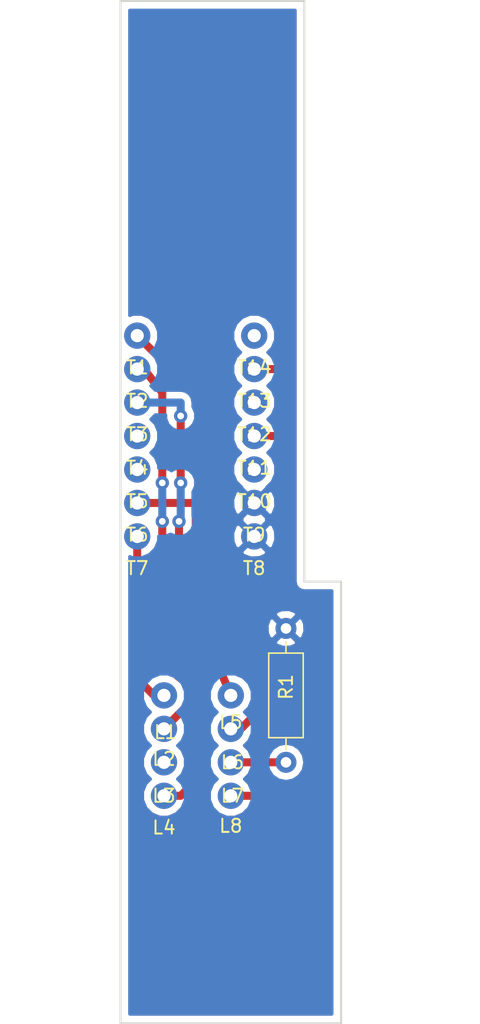
<source format=kicad_pcb>
(kicad_pcb (version 4) (host pcbnew 4.0.6)

  (general
    (links 10)
    (no_connects 0)
    (area 133.528999 54.026999 149.427001 131.774001)
    (thickness 1.6)
    (drawings 10)
    (tracks 48)
    (zones 0)
    (modules 23)
    (nets 15)
  )

  (page A4)
  (layers
    (0 F.Cu signal)
    (31 B.Cu signal hide)
    (32 B.Adhes user)
    (33 F.Adhes user)
    (34 B.Paste user)
    (35 F.Paste user)
    (36 B.SilkS user)
    (37 F.SilkS user)
    (38 B.Mask user)
    (39 F.Mask user)
    (40 Dwgs.User user)
    (41 Cmts.User user)
    (42 Eco1.User user)
    (43 Eco2.User user)
    (44 Edge.Cuts user)
    (45 Margin user)
    (46 B.CrtYd user)
    (47 F.CrtYd user)
    (48 B.Fab user)
    (49 F.Fab user)
  )

  (setup
    (last_trace_width 0.25)
    (trace_clearance 0.2)
    (zone_clearance 0.508)
    (zone_45_only no)
    (trace_min 0.2)
    (segment_width 0.2)
    (edge_width 0.15)
    (via_size 0.6)
    (via_drill 0.4)
    (via_min_size 0.4)
    (via_min_drill 0.3)
    (uvia_size 0.3)
    (uvia_drill 0.1)
    (uvias_allowed no)
    (uvia_min_size 0.2)
    (uvia_min_drill 0.1)
    (pcb_text_width 0.3)
    (pcb_text_size 1.5 1.5)
    (mod_edge_width 0.15)
    (mod_text_size 1 1)
    (mod_text_width 0.15)
    (pad_size 1.524 1.524)
    (pad_drill 0.762)
    (pad_to_mask_clearance 0.2)
    (aux_axis_origin 0 0)
    (visible_elements 7FFFFFFF)
    (pcbplotparams
      (layerselection 0x00030_80000001)
      (usegerberextensions false)
      (excludeedgelayer true)
      (linewidth 0.100000)
      (plotframeref false)
      (viasonmask false)
      (mode 1)
      (useauxorigin false)
      (hpglpennumber 1)
      (hpglpenspeed 20)
      (hpglpendiameter 15)
      (hpglpenoverlay 2)
      (psnegative false)
      (psa4output false)
      (plotreference true)
      (plotvalue true)
      (plotinvisibletext false)
      (padsonsilk false)
      (subtractmaskfromsilk false)
      (outputformat 1)
      (mirror false)
      (drillshape 1)
      (scaleselection 1)
      (outputdirectory ""))
  )

  (net 0 "")
  (net 1 "Net-(L1-Pad1)")
  (net 2 "Net-(L2-Pad1)")
  (net 3 "Net-(L3-Pad1)")
  (net 4 "Net-(L4-Pad1)")
  (net 5 "Net-(L5-Pad1)")
  (net 6 "Net-(L6-Pad1)")
  (net 7 "Net-(L7-Pad1)")
  (net 8 "Net-(L8-Pad1)")
  (net 9 "Net-(T10-Pad1)")
  (net 10 "Net-(T12-Pad1)")
  (net 11 "Net-(T14-Pad1)")
  (net 12 "Net-(T4-Pad1)")
  (net 13 "Net-(T5-Pad1)")
  (net 14 GND)

  (net_class Default "Esta es la clase de red por defecto."
    (clearance 0.2)
    (trace_width 0.25)
    (via_dia 0.6)
    (via_drill 0.4)
    (uvia_dia 0.3)
    (uvia_drill 0.1)
    (add_net GND)
  )

  (net_class "Dep. Electrónica" ""
    (clearance 0.25)
    (trace_width 0.6096)
    (via_dia 1.016)
    (via_drill 0.508)
    (uvia_dia 0.3)
    (uvia_drill 0.1)
    (add_net "Net-(L1-Pad1)")
    (add_net "Net-(L2-Pad1)")
    (add_net "Net-(L3-Pad1)")
    (add_net "Net-(L4-Pad1)")
    (add_net "Net-(L5-Pad1)")
    (add_net "Net-(L6-Pad1)")
    (add_net "Net-(L7-Pad1)")
    (add_net "Net-(L8-Pad1)")
    (add_net "Net-(T10-Pad1)")
    (add_net "Net-(T12-Pad1)")
    (add_net "Net-(T14-Pad1)")
    (add_net "Net-(T4-Pad1)")
    (add_net "Net-(T5-Pad1)")
  )

  (module Resistors_THT:R_Axial_DIN0207_L6.3mm_D2.5mm_P10.16mm_Horizontal (layer F.Cu) (tedit 59B5BCC1) (tstamp 59B2B0BC)
    (at 146.177 101.727 270)
    (descr "Resistor, Axial_DIN0207 series, Axial, Horizontal, pin pitch=10.16mm, 0.25W = 1/4W, length*diameter=6.3*2.5mm^2, http://cdn-reichelt.de/documents/datenblatt/B400/1_4W%23YAG.pdf")
    (tags "Resistor Axial_DIN0207 series Axial Horizontal pin pitch 10.16mm 0.25W = 1/4W length 6.3mm diameter 2.5mm")
    (path /59B2CD20)
    (fp_text reference R1 (at 4.445 0 270) (layer F.SilkS)
      (effects (font (size 1 1) (thickness 0.15)))
    )
    (fp_text value R (at 7.239 -0.127 270) (layer F.Fab)
      (effects (font (size 1 1) (thickness 0.15)))
    )
    (fp_line (start 1.93 -1.25) (end 1.93 1.25) (layer F.Fab) (width 0.1))
    (fp_line (start 1.93 1.25) (end 8.23 1.25) (layer F.Fab) (width 0.1))
    (fp_line (start 8.23 1.25) (end 8.23 -1.25) (layer F.Fab) (width 0.1))
    (fp_line (start 8.23 -1.25) (end 1.93 -1.25) (layer F.Fab) (width 0.1))
    (fp_line (start 0 0) (end 1.93 0) (layer F.Fab) (width 0.1))
    (fp_line (start 10.16 0) (end 8.23 0) (layer F.Fab) (width 0.1))
    (fp_line (start 1.87 -1.31) (end 1.87 1.31) (layer F.SilkS) (width 0.12))
    (fp_line (start 1.87 1.31) (end 8.29 1.31) (layer F.SilkS) (width 0.12))
    (fp_line (start 8.29 1.31) (end 8.29 -1.31) (layer F.SilkS) (width 0.12))
    (fp_line (start 8.29 -1.31) (end 1.87 -1.31) (layer F.SilkS) (width 0.12))
    (fp_line (start 0.98 0) (end 1.87 0) (layer F.SilkS) (width 0.12))
    (fp_line (start 9.18 0) (end 8.29 0) (layer F.SilkS) (width 0.12))
    (fp_line (start -1.05 -1.6) (end -1.05 1.6) (layer F.CrtYd) (width 0.05))
    (fp_line (start -1.05 1.6) (end 11.25 1.6) (layer F.CrtYd) (width 0.05))
    (fp_line (start 11.25 1.6) (end 11.25 -1.6) (layer F.CrtYd) (width 0.05))
    (fp_line (start 11.25 -1.6) (end -1.05 -1.6) (layer F.CrtYd) (width 0.05))
    (pad 1 thru_hole circle (at 0 0 270) (size 1.6 1.6) (drill 0.8) (layers *.Cu *.Mask)
      (net 14 GND))
    (pad 2 thru_hole oval (at 10.16 0 270) (size 1.6 1.6) (drill 0.8) (layers *.Cu *.Mask)
      (net 7 "Net-(L7-Pad1)"))
    (model ${KISYS3DMOD}/Resistors_THT.3dshapes/R_Axial_DIN0207_L6.3mm_D2.5mm_P10.16mm_Horizontal.wrl
      (at (xyz 0 0 0))
      (scale (xyz 0.393701 0.393701 0.393701))
      (rotate (xyz 0 0 0))
    )
  )

  (module Taladros:TaladroVCSEL (layer F.Cu) (tedit 59B5BCA6) (tstamp 59B57C76)
    (at 141.986 106.807)
    (path /59B02E83)
    (fp_text reference L5 (at 0 2.032) (layer F.SilkS)
      (effects (font (size 1 1) (thickness 0.15)))
    )
    (fp_text value "TEC Anode" (at 13.081 0) (layer F.Fab)
      (effects (font (size 1 1) (thickness 0.15)))
    )
    (pad 1 thru_hole circle (at 0 0) (size 2 2) (drill 1) (layers *.Cu *.Mask)
      (net 5 "Net-(L5-Pad1)"))
  )

  (module Taladros:TaladroVCSEL (layer F.Cu) (tedit 59B5BC76) (tstamp 59B57CD8)
    (at 136.906 106.807 180)
    (path /59B03B6C)
    (fp_text reference L1 (at -0.127 -2.794 180) (layer F.SilkS)
      (effects (font (size 1 1) (thickness 0.15)))
    )
    (fp_text value "TEC Cath" (at 6.731 0 180) (layer F.Fab)
      (effects (font (size 1 1) (thickness 0.15)))
    )
    (pad 1 thru_hole circle (at 0 0 180) (size 2 2) (drill 1) (layers *.Cu *.Mask)
      (net 1 "Net-(L1-Pad1)"))
  )

  (module Taladros:TaladroVCSEL (layer F.Cu) (tedit 59B5BC7B) (tstamp 59B57CDC)
    (at 136.906 109.347 180)
    (path /59B03B15)
    (fp_text reference L2 (at 0 -2.286 180) (layer F.SilkS)
      (effects (font (size 1 1) (thickness 0.15)))
    )
    (fp_text value Therm (at 6.731 0 180) (layer F.Fab)
      (effects (font (size 1 1) (thickness 0.15)))
    )
    (pad 1 thru_hole circle (at 0 0 180) (size 2 2) (drill 1) (layers *.Cu *.Mask)
      (net 2 "Net-(L2-Pad1)"))
  )

  (module Taladros:TaladroVCSEL (layer F.Cu) (tedit 59B5BC91) (tstamp 59B57CE0)
    (at 136.906 111.887 180)
    (path /59B03A38)
    (fp_text reference L3 (at 0 -2.54 180) (layer F.SilkS)
      (effects (font (size 1 1) (thickness 0.15)))
    )
    (fp_text value NA (at 6.858 0 180) (layer F.Fab)
      (effects (font (size 1 1) (thickness 0.15)))
    )
    (pad 1 thru_hole circle (at 0 0 180) (size 2 2) (drill 1) (layers *.Cu *.Mask)
      (net 3 "Net-(L3-Pad1)"))
  )

  (module Taladros:TaladroVCSEL (layer F.Cu) (tedit 59B5BC7E) (tstamp 59B57CE4)
    (at 136.906 114.427 180)
    (path /59B037EE)
    (fp_text reference L4 (at 0 -2.413 180) (layer F.SilkS)
      (effects (font (size 1 1) (thickness 0.15)))
    )
    (fp_text value "VCSEL Cath" (at 8.001 0 180) (layer F.Fab)
      (effects (font (size 1 1) (thickness 0.15)))
    )
    (pad 1 thru_hole circle (at 0 0 180) (size 2 2) (drill 1) (layers *.Cu *.Mask)
      (net 4 "Net-(L4-Pad1)"))
  )

  (module Taladros:TaladroVCSEL (layer F.Cu) (tedit 59B5BC9E) (tstamp 59B57CE8)
    (at 141.986 109.347 180)
    (path /59B024F9)
    (fp_text reference L6 (at -0.127 -2.54 180) (layer F.SilkS)
      (effects (font (size 1 1) (thickness 0.15)))
    )
    (fp_text value Therm2 (at -11.811 -0.127 180) (layer F.Fab)
      (effects (font (size 1 1) (thickness 0.15)))
    )
    (pad 1 thru_hole circle (at 0 0 180) (size 2 2) (drill 1) (layers *.Cu *.Mask)
      (net 6 "Net-(L6-Pad1)"))
  )

  (module Taladros:TaladroVCSEL (layer F.Cu) (tedit 59B5BC97) (tstamp 59B57CEC)
    (at 141.986 111.887 180)
    (path /59B02477)
    (fp_text reference L7 (at -0.127 -2.54 180) (layer F.SilkS)
      (effects (font (size 1 1) (thickness 0.15)))
    )
    (fp_text value "PD Cath" (at -12.192 -0.127 180) (layer F.Fab)
      (effects (font (size 1 1) (thickness 0.15)))
    )
    (pad 1 thru_hole circle (at 0 0 180) (size 2 2) (drill 1) (layers *.Cu *.Mask)
      (net 7 "Net-(L7-Pad1)"))
  )

  (module Taladros:TaladroVCSEL (layer F.Cu) (tedit 59B5BC86) (tstamp 59B57CF0)
    (at 141.986 114.427 180)
    (path /59AFFC4F)
    (fp_text reference L8 (at 0 -2.286 180) (layer F.SilkS)
      (effects (font (size 1 1) (thickness 0.15)))
    )
    (fp_text value "VCSEL Anode" (at -13.97 0 180) (layer F.Fab)
      (effects (font (size 1 1) (thickness 0.15)))
    )
    (pad 1 thru_hole circle (at 0 0 180) (size 2 2) (drill 1) (layers *.Cu *.Mask)
      (net 8 "Net-(L8-Pad1)"))
  )

  (module Taladros:TaladroThorlabs (layer F.Cu) (tedit 59B5BC24) (tstamp 59B5A2A9)
    (at 134.874 79.502)
    (path /59AFF99A)
    (fp_text reference T1 (at 0 2.413) (layer F.SilkS)
      (effects (font (size 1 1) (thickness 0.15)))
    )
    (fp_text value Therm1 (at -4.572 0) (layer F.Fab)
      (effects (font (size 1 1) (thickness 0.15)))
    )
    (pad 1 thru_hole circle (at 0 0) (size 2 2) (drill 1) (layers *.Cu *.Mask)
      (net 6 "Net-(L6-Pad1)"))
  )

  (module Taladros:TaladroThorlabs (layer F.Cu) (tedit 59B5BC1D) (tstamp 59B5A325)
    (at 134.874 82.042)
    (path /59AFFA09)
    (fp_text reference T2 (at 0 2.413) (layer F.SilkS)
      (effects (font (size 1 1) (thickness 0.15)))
    )
    (fp_text value Therm2 (at -4.572 0) (layer F.Fab)
      (effects (font (size 1 1) (thickness 0.15)))
    )
    (pad 1 thru_hole circle (at 0 0) (size 2 2) (drill 1) (layers *.Cu *.Mask)
      (net 2 "Net-(L2-Pad1)"))
  )

  (module Taladros:TaladroThorlabs (layer F.Cu) (tedit 59B5BC1B) (tstamp 59B5A32A)
    (at 134.874 84.582)
    (path /59AFFA3A)
    (fp_text reference T3 (at 0 2.413) (layer F.SilkS)
      (effects (font (size 1 1) (thickness 0.15)))
    )
    (fp_text value LDCath (at -4.572 0) (layer F.Fab)
      (effects (font (size 1 1) (thickness 0.15)))
    )
    (pad 1 thru_hole circle (at 0 0) (size 2 2) (drill 1) (layers *.Cu *.Mask)
      (net 4 "Net-(L4-Pad1)"))
  )

  (module Taladros:TaladroThorlabs (layer F.Cu) (tedit 59B5BC09) (tstamp 59B5A32F)
    (at 134.874 87.122)
    (path /59AFFB5A)
    (fp_text reference T4 (at 0 2.413) (layer F.SilkS)
      (effects (font (size 1 1) (thickness 0.15)))
    )
    (fp_text value PDAnode (at -4.572 0) (layer F.Fab)
      (effects (font (size 1 1) (thickness 0.15)))
    )
    (pad 1 thru_hole circle (at 0 0) (size 2 2) (drill 1) (layers *.Cu *.Mask)
      (net 12 "Net-(T4-Pad1)"))
  )

  (module Taladros:TaladroThorlabs (layer F.Cu) (tedit 59B5BC0E) (tstamp 59B5A334)
    (at 134.874 89.662)
    (path /59AFFBB1)
    (fp_text reference T5 (at 0 2.413) (layer F.SilkS)
      (effects (font (size 1 1) (thickness 0.15)))
    )
    (fp_text value PDCath (at -4.572 0) (layer F.Fab)
      (effects (font (size 1 1) (thickness 0.15)))
    )
    (pad 1 thru_hole circle (at 0 0) (size 2 2) (drill 1) (layers *.Cu *.Mask)
      (net 13 "Net-(T5-Pad1)"))
  )

  (module Taladros:TaladroThorlabs (layer F.Cu) (tedit 59B5BC11) (tstamp 59B5A339)
    (at 134.874 92.202)
    (path /59AFFC07)
    (fp_text reference T6 (at 0 2.413) (layer F.SilkS)
      (effects (font (size 1 1) (thickness 0.15)))
    )
    (fp_text value TEC+ (at -4.191 0) (layer F.Fab)
      (effects (font (size 1 1) (thickness 0.15)))
    )
    (pad 1 thru_hole circle (at 0 0) (size 2 2) (drill 1) (layers *.Cu *.Mask)
      (net 5 "Net-(L5-Pad1)"))
  )

  (module Taladros:TaladroThorlabs (layer F.Cu) (tedit 59B5BC16) (tstamp 59B5A33E)
    (at 134.874 94.742)
    (path /59B003EE)
    (fp_text reference T7 (at 0 2.413) (layer F.SilkS)
      (effects (font (size 1 1) (thickness 0.15)))
    )
    (fp_text value TEC- (at -4.191 0) (layer F.Fab)
      (effects (font (size 1 1) (thickness 0.15)))
    )
    (pad 1 thru_hole circle (at 0 0) (size 2 2) (drill 1) (layers *.Cu *.Mask)
      (net 1 "Net-(L1-Pad1)"))
  )

  (module Taladros:TaladroThorlabs (layer F.Cu) (tedit 59B5BC65) (tstamp 59B5A343)
    (at 143.764 94.742)
    (path /59B01216)
    (fp_text reference T8 (at 0 2.413) (layer F.SilkS)
      (effects (font (size 1 1) (thickness 0.15)))
    )
    (fp_text value GND (at 5.842 0) (layer F.Fab)
      (effects (font (size 1 1) (thickness 0.15)))
    )
    (pad 1 thru_hole circle (at 0 0) (size 2 2) (drill 1) (layers *.Cu *.Mask)
      (net 14 GND))
  )

  (module Taladros:TaladroThorlabs (layer F.Cu) (tedit 59B5BC60) (tstamp 59B5A348)
    (at 143.764 92.202)
    (path /59B011D4)
    (fp_text reference T9 (at 0 2.413) (layer F.SilkS)
      (effects (font (size 1 1) (thickness 0.15)))
    )
    (fp_text value GND (at 5.842 0) (layer F.Fab)
      (effects (font (size 1 1) (thickness 0.15)))
    )
    (pad 1 thru_hole circle (at 0 0) (size 2 2) (drill 1) (layers *.Cu *.Mask)
      (net 14 GND))
  )

  (module Taladros:TaladroThorlabs (layer F.Cu) (tedit 59B5BC5A) (tstamp 59B5A34D)
    (at 143.764 89.662)
    (path /59B01191)
    (fp_text reference T10 (at 0 2.413) (layer F.SilkS)
      (effects (font (size 1 1) (thickness 0.15)))
    )
    (fp_text value NC (at 5.334 0) (layer F.Fab)
      (effects (font (size 1 1) (thickness 0.15)))
    )
    (pad 1 thru_hole circle (at 0 0) (size 2 2) (drill 1) (layers *.Cu *.Mask)
      (net 9 "Net-(T10-Pad1)"))
  )

  (module Taladros:TaladroThorlabs (layer F.Cu) (tedit 59B5BC53) (tstamp 59B5A352)
    (at 143.764 87.122)
    (path /59B01155)
    (fp_text reference T11 (at 0 2.413) (layer F.SilkS)
      (effects (font (size 1 1) (thickness 0.15)))
    )
    (fp_text value LDAnode (at 7.366 0.127) (layer F.Fab)
      (effects (font (size 1 1) (thickness 0.15)))
    )
    (pad 1 thru_hole circle (at 0 0) (size 2 2) (drill 1) (layers *.Cu *.Mask)
      (net 8 "Net-(L8-Pad1)"))
  )

  (module Taladros:TaladroThorlabs (layer F.Cu) (tedit 59B5BC4D) (tstamp 59B5A357)
    (at 143.764 84.582)
    (path /59B0111C)
    (fp_text reference T12 (at 0 2.413) (layer F.SilkS)
      (effects (font (size 1 1) (thickness 0.15)))
    )
    (fp_text value NC (at 5.207 0) (layer F.Fab)
      (effects (font (size 1 1) (thickness 0.15)))
    )
    (pad 1 thru_hole circle (at 0 0) (size 2 2) (drill 1) (layers *.Cu *.Mask)
      (net 10 "Net-(T12-Pad1)"))
  )

  (module Taladros:TaladroThorlabs (layer F.Cu) (tedit 59B5BC44) (tstamp 59B5A35C)
    (at 143.764 82.042)
    (path /59B010E6)
    (fp_text reference T13 (at 0 2.413) (layer F.SilkS)
      (effects (font (size 1 1) (thickness 0.15)))
    )
    (fp_text value LDAnode (at 7.366 0) (layer F.Fab)
      (effects (font (size 1 1) (thickness 0.15)))
    )
    (pad 1 thru_hole circle (at 0 0) (size 2 2) (drill 1) (layers *.Cu *.Mask)
      (net 8 "Net-(L8-Pad1)"))
  )

  (module Taladros:TaladroThorlabs (layer F.Cu) (tedit 59B5BC45) (tstamp 59B5A361)
    (at 143.764 79.502)
    (path /59B0100A)
    (fp_text reference T14 (at 0 2.413) (layer F.SilkS)
      (effects (font (size 1 1) (thickness 0.15)))
    )
    (fp_text value NC (at 5.207 0) (layer F.Fab)
      (effects (font (size 1 1) (thickness 0.15)))
    )
    (pad 1 thru_hole circle (at 0 0) (size 2 2) (drill 1) (layers *.Cu *.Mask)
      (net 11 "Net-(T14-Pad1)"))
  )

  (gr_line (start 149.352 131.699) (end 150.368 131.699) (angle 90) (layer Edge.Cuts) (width 0.15))
  (gr_line (start 150.368 98.171) (end 150.368 131.699) (angle 90) (layer Edge.Cuts) (width 0.15))
  (gr_line (start 147.574 98.171) (end 150.368 98.171) (angle 90) (layer Edge.Cuts) (width 0.15))
  (gr_line (start 147.574 97.409) (end 147.574 98.171) (angle 90) (layer Edge.Cuts) (width 0.15))
  (gr_line (start 147.574 95.631) (end 147.574 97.409) (angle 90) (layer Edge.Cuts) (width 0.15))
  (gr_line (start 133.604 54.102) (end 133.604 131.699) (angle 90) (layer Edge.Cuts) (width 0.15))
  (gr_line (start 149.352 131.699) (end 133.604 131.699) (angle 90) (layer Edge.Cuts) (width 0.15))
  (gr_line (start 147.574 78.105) (end 147.574 95.631) (angle 90) (layer Edge.Cuts) (width 0.15))
  (gr_line (start 147.574 54.102) (end 147.574 78.105) (angle 90) (layer Edge.Cuts) (width 0.15))
  (gr_line (start 133.604 54.102) (end 147.574 54.102) (angle 90) (layer Edge.Cuts) (width 0.15))

  (segment (start 136.906 106.807) (end 136.144 106.807) (width 0.6096) (layer F.Cu) (net 1))
  (segment (start 136.144 106.807) (end 134.874 105.537) (width 0.6096) (layer F.Cu) (net 1) (tstamp 59B5B2CA))
  (segment (start 134.874 105.537) (end 134.874 94.742) (width 0.6096) (layer F.Cu) (net 1) (tstamp 59B5B2CB))
  (segment (start 136.906 109.347) (end 138.811 107.442) (width 0.6096) (layer F.Cu) (net 2))
  (segment (start 136.779 83.82) (end 135.382 82.042) (width 0.6096) (layer F.Cu) (net 2) (tstamp 59B5B386))
  (segment (start 136.779 90.678) (end 136.779 83.82) (width 0.6096) (layer F.Cu) (net 2) (tstamp 59B5B385))
  (via (at 136.779 90.678) (size 1.016) (drill 0.508) (layers F.Cu B.Cu) (net 2))
  (segment (start 136.779 93.599) (end 136.779 90.678) (width 0.6096) (layer B.Cu) (net 2) (tstamp 59B5B382))
  (via (at 136.779 93.599) (size 1.016) (drill 0.508) (layers F.Cu B.Cu) (net 2))
  (segment (start 136.779 104.394) (end 136.779 93.599) (width 0.6096) (layer F.Cu) (net 2) (tstamp 59B5B379))
  (segment (start 138.811 106.045) (end 136.779 104.394) (width 0.6096) (layer F.Cu) (net 2) (tstamp 59B5B373))
  (segment (start 138.811 107.442) (end 138.811 106.045) (width 0.6096) (layer F.Cu) (net 2) (tstamp 59B5B370))
  (segment (start 135.382 82.042) (end 134.874 82.042) (width 0.6096) (layer F.Cu) (net 2) (tstamp 59B5B389))
  (segment (start 136.906 114.427) (end 138.176 114.427) (width 0.6096) (layer F.Cu) (net 4))
  (segment (start 138.176 114.427) (end 139.827 112.776) (width 0.6096) (layer F.Cu) (net 4) (tstamp 59B5B391))
  (segment (start 139.827 112.776) (end 139.827 105.029) (width 0.6096) (layer F.Cu) (net 4) (tstamp 59B5B392))
  (segment (start 139.827 105.029) (end 138.049 103.378) (width 0.6096) (layer F.Cu) (net 4) (tstamp 59B5B394))
  (segment (start 138.049 103.378) (end 138.049 93.599) (width 0.6096) (layer F.Cu) (net 4) (tstamp 59B5B396))
  (via (at 138.049 93.599) (size 1.016) (drill 0.508) (layers F.Cu B.Cu) (net 4))
  (segment (start 138.049 93.599) (end 138.176 93.472) (width 0.6096) (layer B.Cu) (net 4) (tstamp 59B5B39A))
  (segment (start 138.176 93.472) (end 138.176 90.678) (width 0.6096) (layer B.Cu) (net 4) (tstamp 59B5B39B))
  (via (at 138.176 90.678) (size 1.016) (drill 0.508) (layers F.Cu B.Cu) (net 4))
  (segment (start 138.176 90.678) (end 138.176 85.598) (width 0.6096) (layer F.Cu) (net 4) (tstamp 59B5B39D))
  (via (at 138.176 85.598) (size 1.016) (drill 0.508) (layers F.Cu B.Cu) (net 4))
  (segment (start 138.176 85.598) (end 138.176 84.582) (width 0.6096) (layer B.Cu) (net 4) (tstamp 59B5B3A2))
  (segment (start 138.176 84.582) (end 134.874 84.582) (width 0.6096) (layer B.Cu) (net 4) (tstamp 59B5B3A3))
  (segment (start 141.986 106.807) (end 140.97 104.394) (width 0.6096) (layer F.Cu) (net 5))
  (segment (start 139.319 92.202) (end 134.874 92.202) (width 0.6096) (layer F.Cu) (net 5) (tstamp 59B5B306))
  (segment (start 139.319 102.616) (end 139.319 92.202) (width 0.6096) (layer F.Cu) (net 5) (tstamp 59B5B2FF))
  (segment (start 140.97 104.394) (end 139.319 102.616) (width 0.6096) (layer F.Cu) (net 5) (tstamp 59B5B2FB))
  (segment (start 141.986 109.347) (end 142.748 109.347) (width 0.6096) (layer F.Cu) (net 6) (status C00000))
  (segment (start 142.748 109.347) (end 143.891 108.204) (width 0.6096) (layer F.Cu) (net 6) (tstamp 59B5BA65) (status 400000))
  (segment (start 143.891 108.204) (end 143.891 105.029) (width 0.6096) (layer F.Cu) (net 6) (tstamp 59B5BA69))
  (segment (start 143.891 105.029) (end 140.843 101.981) (width 0.6096) (layer F.Cu) (net 6) (tstamp 59B5BA6F))
  (segment (start 140.843 101.981) (end 140.843 91.44) (width 0.6096) (layer F.Cu) (net 6) (tstamp 59B5BA75))
  (segment (start 140.843 91.44) (end 139.573 90.17) (width 0.6096) (layer F.Cu) (net 6) (tstamp 59B5BA7D))
  (segment (start 139.573 90.17) (end 139.573 84.201) (width 0.6096) (layer F.Cu) (net 6) (tstamp 59B5BA7F))
  (segment (start 139.573 84.201) (end 134.874 79.502) (width 0.6096) (layer F.Cu) (net 6) (tstamp 59B5BA82) (status 800000))
  (segment (start 141.986 111.887) (end 146.177 111.887) (width 0.6096) (layer F.Cu) (net 7) (status C00000))
  (segment (start 145.796 87.122) (end 145.669 99.949) (width 0.6096) (layer F.Cu) (net 8))
  (segment (start 145.923 114.427) (end 141.986 114.427) (width 0.6096) (layer F.Cu) (net 8) (tstamp 59B5B3D7))
  (segment (start 148.463 111.887) (end 145.923 114.427) (width 0.6096) (layer F.Cu) (net 8) (tstamp 59B5B3D2))
  (segment (start 148.463615 99.949007) (end 148.463 111.887) (width 0.6096) (layer F.Cu) (net 8) (tstamp 59B5B3CC))
  (segment (start 145.669 99.949) (end 148.463615 99.949007) (width 0.6096) (layer F.Cu) (net 8) (tstamp 59B5B3C7))
  (segment (start 143.764 82.042) (end 145.669 82.042) (width 0.6096) (layer F.Cu) (net 8))
  (segment (start 145.796 82.169) (end 145.796 87.122) (width 0.6096) (layer F.Cu) (net 8) (tstamp 59B5B3BE))
  (segment (start 145.669 82.042) (end 145.796 82.169) (width 0.6096) (layer F.Cu) (net 8) (tstamp 59B5B3BC))
  (segment (start 145.796 87.122) (end 143.764 87.122) (width 0.6096) (layer F.Cu) (net 8) (tstamp 59B5B3C1))

  (zone (net 14) (net_name GND) (layer F.Cu) (tstamp 59B5B9A0) (hatch edge 0.508)
    (connect_pads (clearance 0.508))
    (min_thickness 0.254)
    (fill yes (arc_segments 16) (thermal_gap 0.508) (thermal_bridge_width 0.508))
    (polygon
      (pts
        (xy 147.574 98.171) (xy 150.368 98.171) (xy 150.368 131.699) (xy 133.604 131.699) (xy 133.604 54.102)
        (xy 147.574 54.102)
      )
    )
    (filled_polygon
      (pts
        (xy 146.864 98.171) (xy 146.918046 98.442705) (xy 147.071954 98.673046) (xy 147.302295 98.826954) (xy 147.574 98.881)
        (xy 149.658 98.881) (xy 149.658 130.989) (xy 134.314 130.989) (xy 134.314 106.306078) (xy 135.363661 107.355739)
        (xy 135.519106 107.731943) (xy 135.863759 108.077199) (xy 135.520722 108.419637) (xy 135.271284 109.020352) (xy 135.270716 109.670795)
        (xy 135.519106 110.271943) (xy 135.863759 110.617199) (xy 135.520722 110.959637) (xy 135.271284 111.560352) (xy 135.270716 112.210795)
        (xy 135.519106 112.811943) (xy 135.863759 113.157199) (xy 135.520722 113.499637) (xy 135.271284 114.100352) (xy 135.270716 114.750795)
        (xy 135.519106 115.351943) (xy 135.978637 115.812278) (xy 136.579352 116.061716) (xy 137.229795 116.062284) (xy 137.830943 115.813894)
        (xy 138.291278 115.354363) (xy 138.296027 115.342925) (xy 138.535646 115.295262) (xy 138.840539 115.091539) (xy 140.491539 113.440539)
        (xy 140.695262 113.135646) (xy 140.732976 112.946047) (xy 140.943759 113.157199) (xy 140.600722 113.499637) (xy 140.351284 114.100352)
        (xy 140.350716 114.750795) (xy 140.599106 115.351943) (xy 141.058637 115.812278) (xy 141.659352 116.061716) (xy 142.309795 116.062284)
        (xy 142.910943 115.813894) (xy 143.358819 115.3668) (xy 145.923 115.3668) (xy 146.282646 115.295262) (xy 146.587539 115.091539)
        (xy 149.127539 112.551539) (xy 149.230349 112.397673) (xy 149.331243 112.246691) (xy 149.331248 112.246667) (xy 149.331262 112.246646)
        (xy 149.367936 112.062271) (xy 149.4028 111.887048) (xy 149.403415 99.949055) (xy 149.40341 99.949032) (xy 149.403415 99.949009)
        (xy 149.368227 99.772103) (xy 149.331896 99.589406) (xy 149.331883 99.589386) (xy 149.331878 99.589363) (xy 149.229502 99.436146)
        (xy 149.128188 99.284502) (xy 149.128169 99.284489) (xy 149.128156 99.28447) (xy 148.976558 99.183175) (xy 148.823306 99.080764)
        (xy 148.823283 99.080759) (xy 148.823263 99.080746) (xy 148.640617 99.044415) (xy 148.463663 99.009207) (xy 148.46364 99.009212)
        (xy 148.463617 99.009207) (xy 146.618151 99.009202) (xy 146.735754 87.131304) (xy 146.734876 87.126647) (xy 146.7358 87.122)
        (xy 146.7358 82.169) (xy 146.664262 81.809354) (xy 146.460539 81.504461) (xy 146.333539 81.377461) (xy 146.028646 81.173738)
        (xy 145.669 81.1022) (xy 145.136063 81.1022) (xy 144.806241 80.771801) (xy 145.149278 80.429363) (xy 145.398716 79.828648)
        (xy 145.399284 79.178205) (xy 145.150894 78.577057) (xy 144.691363 78.116722) (xy 144.090648 77.867284) (xy 143.440205 77.866716)
        (xy 142.839057 78.115106) (xy 142.378722 78.574637) (xy 142.129284 79.175352) (xy 142.128716 79.825795) (xy 142.377106 80.426943)
        (xy 142.721759 80.772199) (xy 142.378722 81.114637) (xy 142.129284 81.715352) (xy 142.128716 82.365795) (xy 142.377106 82.966943)
        (xy 142.721759 83.312199) (xy 142.378722 83.654637) (xy 142.129284 84.255352) (xy 142.128716 84.905795) (xy 142.377106 85.506943)
        (xy 142.721759 85.852199) (xy 142.378722 86.194637) (xy 142.129284 86.795352) (xy 142.128716 87.445795) (xy 142.377106 88.046943)
        (xy 142.721759 88.392199) (xy 142.378722 88.734637) (xy 142.129284 89.335352) (xy 142.128716 89.985795) (xy 142.377106 90.586943)
        (xy 142.803978 91.014562) (xy 142.791073 91.049468) (xy 143.764 92.022395) (xy 143.778143 92.008253) (xy 143.957748 92.187858)
        (xy 143.943605 92.202) (xy 143.957748 92.216143) (xy 143.778143 92.395748) (xy 143.764 92.381605) (xy 142.791073 93.354532)
        (xy 142.834504 93.472) (xy 142.791073 93.589468) (xy 143.764 94.562395) (xy 143.778143 94.548253) (xy 143.957748 94.727858)
        (xy 143.943605 94.742) (xy 143.957748 94.756143) (xy 143.778143 94.935748) (xy 143.764 94.921605) (xy 142.791073 95.894532)
        (xy 142.889736 96.161387) (xy 143.499461 96.387908) (xy 144.14946 96.363856) (xy 144.638264 96.161387) (xy 144.736926 95.894534)
        (xy 144.768979 95.926587) (xy 144.729246 99.939696) (xy 144.730124 99.944352) (xy 144.7292 99.948998) (xy 144.76408 100.124356)
        (xy 144.79722 100.300032) (xy 144.799813 100.303996) (xy 144.800737 100.308644) (xy 144.900072 100.457309) (xy 144.997914 100.606927)
        (xy 145.001827 100.609598) (xy 145.004459 100.613537) (xy 145.13656 100.701804) (xy 145.054378 100.783986) (xy 145.169253 100.898861)
        (xy 144.923136 100.972995) (xy 144.730035 101.510223) (xy 144.757222 102.080454) (xy 144.923136 102.481005) (xy 145.169255 102.555139)
        (xy 145.997395 101.727) (xy 145.983252 101.712858) (xy 146.162858 101.533252) (xy 146.177 101.547395) (xy 146.191142 101.533252)
        (xy 146.370748 101.712858) (xy 146.356605 101.727) (xy 147.184745 102.555139) (xy 147.430864 102.481005) (xy 147.523698 102.222731)
        (xy 147.523224 111.412582) (xy 147.502767 111.309736) (xy 147.191698 110.844189) (xy 146.726151 110.53312) (xy 146.177 110.423887)
        (xy 145.627849 110.53312) (xy 145.162302 110.844189) (xy 145.093472 110.9472) (xy 143.358063 110.9472) (xy 143.028241 110.616801)
        (xy 143.371278 110.274363) (xy 143.528607 109.895471) (xy 144.555539 108.868539) (xy 144.759262 108.563646) (xy 144.8308 108.204)
        (xy 144.8308 105.029) (xy 144.759262 104.669354) (xy 144.555539 104.364461) (xy 142.925823 102.734745) (xy 145.348861 102.734745)
        (xy 145.422995 102.980864) (xy 145.960223 103.173965) (xy 146.530454 103.146778) (xy 146.931005 102.980864) (xy 147.005139 102.734745)
        (xy 146.177 101.906605) (xy 145.348861 102.734745) (xy 142.925823 102.734745) (xy 141.7828 101.591722) (xy 141.7828 94.477461)
        (xy 142.118092 94.477461) (xy 142.142144 95.12746) (xy 142.344613 95.616264) (xy 142.611468 95.714927) (xy 143.584395 94.742)
        (xy 142.611468 93.769073) (xy 142.344613 93.867736) (xy 142.118092 94.477461) (xy 141.7828 94.477461) (xy 141.7828 91.937461)
        (xy 142.118092 91.937461) (xy 142.142144 92.58746) (xy 142.344613 93.076264) (xy 142.611468 93.174927) (xy 143.584395 92.202)
        (xy 142.611468 91.229073) (xy 142.344613 91.327736) (xy 142.118092 91.937461) (xy 141.7828 91.937461) (xy 141.7828 91.44)
        (xy 141.711262 91.080354) (xy 141.507539 90.775461) (xy 140.5128 89.780722) (xy 140.5128 84.201) (xy 140.441262 83.841354)
        (xy 140.237539 83.536461) (xy 136.508734 79.807656) (xy 136.509284 79.178205) (xy 136.260894 78.577057) (xy 135.801363 78.116722)
        (xy 135.200648 77.867284) (xy 134.550205 77.866716) (xy 134.314 77.964314) (xy 134.314 54.812) (xy 146.864 54.812)
      )
    )
  )
  (zone (net 14) (net_name GND) (layer B.Cu) (tstamp 59B5BAE1) (hatch edge 0.508)
    (connect_pads (clearance 0.508))
    (min_thickness 0.254)
    (fill yes (arc_segments 16) (thermal_gap 0.508) (thermal_bridge_width 0.508))
    (polygon
      (pts
        (xy 147.574 98.171) (xy 150.368 98.171) (xy 150.368 131.699) (xy 133.604 131.699) (xy 133.604 54.102)
        (xy 147.574 54.102)
      )
    )
    (filled_polygon
      (pts
        (xy 146.864 98.171) (xy 146.918046 98.442705) (xy 147.071954 98.673046) (xy 147.302295 98.826954) (xy 147.574 98.881)
        (xy 149.658 98.881) (xy 149.658 130.989) (xy 134.314 130.989) (xy 134.314 107.130795) (xy 135.270716 107.130795)
        (xy 135.519106 107.731943) (xy 135.863759 108.077199) (xy 135.520722 108.419637) (xy 135.271284 109.020352) (xy 135.270716 109.670795)
        (xy 135.519106 110.271943) (xy 135.863759 110.617199) (xy 135.520722 110.959637) (xy 135.271284 111.560352) (xy 135.270716 112.210795)
        (xy 135.519106 112.811943) (xy 135.863759 113.157199) (xy 135.520722 113.499637) (xy 135.271284 114.100352) (xy 135.270716 114.750795)
        (xy 135.519106 115.351943) (xy 135.978637 115.812278) (xy 136.579352 116.061716) (xy 137.229795 116.062284) (xy 137.830943 115.813894)
        (xy 138.291278 115.354363) (xy 138.540716 114.753648) (xy 138.541284 114.103205) (xy 138.292894 113.502057) (xy 137.948241 113.156801)
        (xy 138.291278 112.814363) (xy 138.540716 112.213648) (xy 138.541284 111.563205) (xy 138.292894 110.962057) (xy 137.948241 110.616801)
        (xy 138.291278 110.274363) (xy 138.540716 109.673648) (xy 138.541284 109.023205) (xy 138.292894 108.422057) (xy 137.948241 108.076801)
        (xy 138.291278 107.734363) (xy 138.540716 107.133648) (xy 138.540718 107.130795) (xy 140.350716 107.130795) (xy 140.599106 107.731943)
        (xy 140.943759 108.077199) (xy 140.600722 108.419637) (xy 140.351284 109.020352) (xy 140.350716 109.670795) (xy 140.599106 110.271943)
        (xy 140.943759 110.617199) (xy 140.600722 110.959637) (xy 140.351284 111.560352) (xy 140.350716 112.210795) (xy 140.599106 112.811943)
        (xy 140.943759 113.157199) (xy 140.600722 113.499637) (xy 140.351284 114.100352) (xy 140.350716 114.750795) (xy 140.599106 115.351943)
        (xy 141.058637 115.812278) (xy 141.659352 116.061716) (xy 142.309795 116.062284) (xy 142.910943 115.813894) (xy 143.371278 115.354363)
        (xy 143.620716 114.753648) (xy 143.621284 114.103205) (xy 143.372894 113.502057) (xy 143.028241 113.156801) (xy 143.371278 112.814363)
        (xy 143.620716 112.213648) (xy 143.621025 111.858887) (xy 144.742 111.858887) (xy 144.742 111.915113) (xy 144.851233 112.464264)
        (xy 145.162302 112.929811) (xy 145.627849 113.24088) (xy 146.177 113.350113) (xy 146.726151 113.24088) (xy 147.191698 112.929811)
        (xy 147.502767 112.464264) (xy 147.612 111.915113) (xy 147.612 111.858887) (xy 147.502767 111.309736) (xy 147.191698 110.844189)
        (xy 146.726151 110.53312) (xy 146.177 110.423887) (xy 145.627849 110.53312) (xy 145.162302 110.844189) (xy 144.851233 111.309736)
        (xy 144.742 111.858887) (xy 143.621025 111.858887) (xy 143.621284 111.563205) (xy 143.372894 110.962057) (xy 143.028241 110.616801)
        (xy 143.371278 110.274363) (xy 143.620716 109.673648) (xy 143.621284 109.023205) (xy 143.372894 108.422057) (xy 143.028241 108.076801)
        (xy 143.371278 107.734363) (xy 143.620716 107.133648) (xy 143.621284 106.483205) (xy 143.372894 105.882057) (xy 142.913363 105.421722)
        (xy 142.312648 105.172284) (xy 141.662205 105.171716) (xy 141.061057 105.420106) (xy 140.600722 105.879637) (xy 140.351284 106.480352)
        (xy 140.350716 107.130795) (xy 138.540718 107.130795) (xy 138.541284 106.483205) (xy 138.292894 105.882057) (xy 137.833363 105.421722)
        (xy 137.232648 105.172284) (xy 136.582205 105.171716) (xy 135.981057 105.420106) (xy 135.520722 105.879637) (xy 135.271284 106.480352)
        (xy 135.270716 107.130795) (xy 134.314 107.130795) (xy 134.314 102.734745) (xy 145.348861 102.734745) (xy 145.422995 102.980864)
        (xy 145.960223 103.173965) (xy 146.530454 103.146778) (xy 146.931005 102.980864) (xy 147.005139 102.734745) (xy 146.177 101.906605)
        (xy 145.348861 102.734745) (xy 134.314 102.734745) (xy 134.314 101.510223) (xy 144.730035 101.510223) (xy 144.757222 102.080454)
        (xy 144.923136 102.481005) (xy 145.169255 102.555139) (xy 145.997395 101.727) (xy 146.356605 101.727) (xy 147.184745 102.555139)
        (xy 147.430864 102.481005) (xy 147.623965 101.943777) (xy 147.596778 101.373546) (xy 147.430864 100.972995) (xy 147.184745 100.898861)
        (xy 146.356605 101.727) (xy 145.997395 101.727) (xy 145.169255 100.898861) (xy 144.923136 100.972995) (xy 144.730035 101.510223)
        (xy 134.314 101.510223) (xy 134.314 100.719255) (xy 145.348861 100.719255) (xy 146.177 101.547395) (xy 147.005139 100.719255)
        (xy 146.931005 100.473136) (xy 146.393777 100.280035) (xy 145.823546 100.307222) (xy 145.422995 100.473136) (xy 145.348861 100.719255)
        (xy 134.314 100.719255) (xy 134.314 96.27982) (xy 134.547352 96.376716) (xy 135.197795 96.377284) (xy 135.798943 96.128894)
        (xy 136.033715 95.894532) (xy 142.791073 95.894532) (xy 142.889736 96.161387) (xy 143.499461 96.387908) (xy 144.14946 96.363856)
        (xy 144.638264 96.161387) (xy 144.736927 95.894532) (xy 143.764 94.921605) (xy 142.791073 95.894532) (xy 136.033715 95.894532)
        (xy 136.259278 95.669363) (xy 136.508716 95.068648) (xy 136.509017 94.724515) (xy 136.550646 94.741801) (xy 137.005359 94.742198)
        (xy 137.414489 94.57315) (xy 137.820646 94.741801) (xy 138.275359 94.742198) (xy 138.695612 94.568554) (xy 138.786863 94.477461)
        (xy 142.118092 94.477461) (xy 142.142144 95.12746) (xy 142.344613 95.616264) (xy 142.611468 95.714927) (xy 143.584395 94.742)
        (xy 143.943605 94.742) (xy 144.916532 95.714927) (xy 145.183387 95.616264) (xy 145.409908 95.006539) (xy 145.385856 94.35654)
        (xy 145.183387 93.867736) (xy 144.916532 93.769073) (xy 143.943605 94.742) (xy 143.584395 94.742) (xy 142.611468 93.769073)
        (xy 142.344613 93.867736) (xy 142.118092 94.477461) (xy 138.786863 94.477461) (xy 139.017423 94.247303) (xy 139.191801 93.827354)
        (xy 139.192198 93.372641) (xy 139.184716 93.354532) (xy 142.791073 93.354532) (xy 142.834504 93.472) (xy 142.791073 93.589468)
        (xy 143.764 94.562395) (xy 144.736927 93.589468) (xy 144.693496 93.472) (xy 144.736927 93.354532) (xy 143.764 92.381605)
        (xy 142.791073 93.354532) (xy 139.184716 93.354532) (xy 139.1158 93.187743) (xy 139.1158 91.937461) (xy 142.118092 91.937461)
        (xy 142.142144 92.58746) (xy 142.344613 93.076264) (xy 142.611468 93.174927) (xy 143.584395 92.202) (xy 143.943605 92.202)
        (xy 144.916532 93.174927) (xy 145.183387 93.076264) (xy 145.409908 92.466539) (xy 145.385856 91.81654) (xy 145.183387 91.327736)
        (xy 144.916532 91.229073) (xy 143.943605 92.202) (xy 143.584395 92.202) (xy 142.611468 91.229073) (xy 142.344613 91.327736)
        (xy 142.118092 91.937461) (xy 139.1158 91.937461) (xy 139.1158 91.354876) (xy 139.144423 91.326303) (xy 139.318801 90.906354)
        (xy 139.319198 90.451641) (xy 139.145554 90.031388) (xy 138.824303 89.709577) (xy 138.404354 89.535199) (xy 137.949641 89.534802)
        (xy 137.529388 89.708446) (xy 137.477691 89.760053) (xy 137.427303 89.709577) (xy 137.007354 89.535199) (xy 136.552641 89.534802)
        (xy 136.509097 89.552794) (xy 136.509284 89.338205) (xy 136.260894 88.737057) (xy 135.916241 88.391801) (xy 136.259278 88.049363)
        (xy 136.508716 87.448648) (xy 136.509284 86.798205) (xy 136.260894 86.197057) (xy 135.916241 85.851801) (xy 136.246819 85.5218)
        (xy 137.033066 85.5218) (xy 137.032802 85.824359) (xy 137.206446 86.244612) (xy 137.527697 86.566423) (xy 137.947646 86.740801)
        (xy 138.402359 86.741198) (xy 138.822612 86.567554) (xy 139.144423 86.246303) (xy 139.318801 85.826354) (xy 139.319198 85.371641)
        (xy 139.145554 84.951388) (xy 139.1158 84.921582) (xy 139.1158 84.582) (xy 139.044262 84.222354) (xy 138.840539 83.917461)
        (xy 138.535646 83.713738) (xy 138.176 83.6422) (xy 136.246063 83.6422) (xy 135.916241 83.311801) (xy 136.259278 82.969363)
        (xy 136.508716 82.368648) (xy 136.509284 81.718205) (xy 136.260894 81.117057) (xy 135.916241 80.771801) (xy 136.259278 80.429363)
        (xy 136.508716 79.828648) (xy 136.508718 79.825795) (xy 142.128716 79.825795) (xy 142.377106 80.426943) (xy 142.721759 80.772199)
        (xy 142.378722 81.114637) (xy 142.129284 81.715352) (xy 142.128716 82.365795) (xy 142.377106 82.966943) (xy 142.721759 83.312199)
        (xy 142.378722 83.654637) (xy 142.129284 84.255352) (xy 142.128716 84.905795) (xy 142.377106 85.506943) (xy 142.721759 85.852199)
        (xy 142.378722 86.194637) (xy 142.129284 86.795352) (xy 142.128716 87.445795) (xy 142.377106 88.046943) (xy 142.721759 88.392199)
        (xy 142.378722 88.734637) (xy 142.129284 89.335352) (xy 142.128716 89.985795) (xy 142.377106 90.586943) (xy 142.803978 91.014562)
        (xy 142.791073 91.049468) (xy 143.764 92.022395) (xy 144.736927 91.049468) (xy 144.723836 91.014062) (xy 145.149278 90.589363)
        (xy 145.398716 89.988648) (xy 145.399284 89.338205) (xy 145.150894 88.737057) (xy 144.806241 88.391801) (xy 145.149278 88.049363)
        (xy 145.398716 87.448648) (xy 145.399284 86.798205) (xy 145.150894 86.197057) (xy 144.806241 85.851801) (xy 145.149278 85.509363)
        (xy 145.398716 84.908648) (xy 145.399284 84.258205) (xy 145.150894 83.657057) (xy 144.806241 83.311801) (xy 145.149278 82.969363)
        (xy 145.398716 82.368648) (xy 145.399284 81.718205) (xy 145.150894 81.117057) (xy 144.806241 80.771801) (xy 145.149278 80.429363)
        (xy 145.398716 79.828648) (xy 145.399284 79.178205) (xy 145.150894 78.577057) (xy 144.691363 78.116722) (xy 144.090648 77.867284)
        (xy 143.440205 77.866716) (xy 142.839057 78.115106) (xy 142.378722 78.574637) (xy 142.129284 79.175352) (xy 142.128716 79.825795)
        (xy 136.508718 79.825795) (xy 136.509284 79.178205) (xy 136.260894 78.577057) (xy 135.801363 78.116722) (xy 135.200648 77.867284)
        (xy 134.550205 77.866716) (xy 134.314 77.964314) (xy 134.314 54.812) (xy 146.864 54.812)
      )
    )
  )
)

</source>
